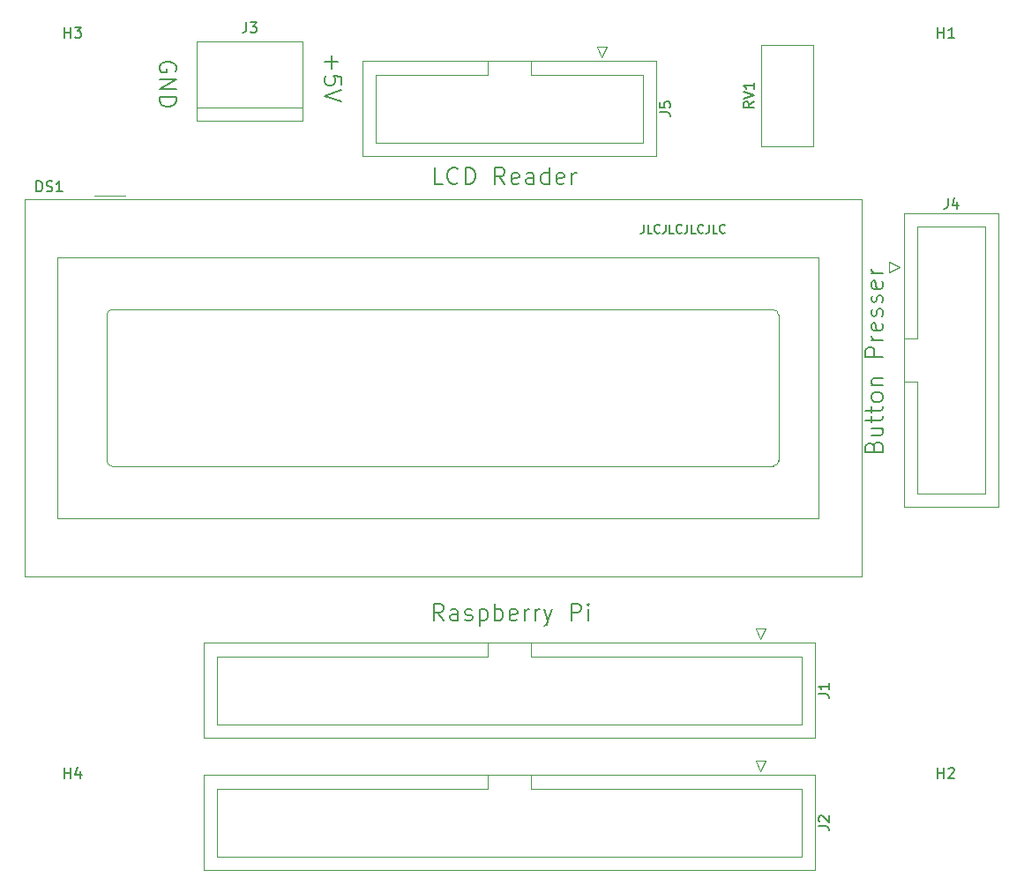
<source format=gbr>
%TF.GenerationSoftware,KiCad,Pcbnew,(6.0.6)*%
%TF.CreationDate,2022-08-14T22:29:33-04:00*%
%TF.ProjectId,raspberry_pi_wiring_harness,72617370-6265-4727-9279-5f70695f7769,rev?*%
%TF.SameCoordinates,Original*%
%TF.FileFunction,Legend,Top*%
%TF.FilePolarity,Positive*%
%FSLAX46Y46*%
G04 Gerber Fmt 4.6, Leading zero omitted, Abs format (unit mm)*
G04 Created by KiCad (PCBNEW (6.0.6)) date 2022-08-14 22:29:33*
%MOMM*%
%LPD*%
G01*
G04 APERTURE LIST*
%ADD10C,0.152400*%
%ADD11C,0.203200*%
%ADD12C,0.150000*%
%ADD13C,0.120000*%
G04 APERTURE END LIST*
D10*
X112450638Y-70039895D02*
X112450638Y-70620466D01*
X112411933Y-70736580D01*
X112334523Y-70813990D01*
X112218409Y-70852695D01*
X112141000Y-70852695D01*
X113224733Y-70852695D02*
X112837685Y-70852695D01*
X112837685Y-70039895D01*
X113960123Y-70775285D02*
X113921419Y-70813990D01*
X113805304Y-70852695D01*
X113727895Y-70852695D01*
X113611780Y-70813990D01*
X113534371Y-70736580D01*
X113495666Y-70659171D01*
X113456961Y-70504352D01*
X113456961Y-70388238D01*
X113495666Y-70233419D01*
X113534371Y-70156009D01*
X113611780Y-70078600D01*
X113727895Y-70039895D01*
X113805304Y-70039895D01*
X113921419Y-70078600D01*
X113960123Y-70117304D01*
X114540695Y-70039895D02*
X114540695Y-70620466D01*
X114501990Y-70736580D01*
X114424580Y-70813990D01*
X114308466Y-70852695D01*
X114231057Y-70852695D01*
X115314790Y-70852695D02*
X114927742Y-70852695D01*
X114927742Y-70039895D01*
X116050180Y-70775285D02*
X116011476Y-70813990D01*
X115895361Y-70852695D01*
X115817952Y-70852695D01*
X115701838Y-70813990D01*
X115624428Y-70736580D01*
X115585723Y-70659171D01*
X115547019Y-70504352D01*
X115547019Y-70388238D01*
X115585723Y-70233419D01*
X115624428Y-70156009D01*
X115701838Y-70078600D01*
X115817952Y-70039895D01*
X115895361Y-70039895D01*
X116011476Y-70078600D01*
X116050180Y-70117304D01*
X116630752Y-70039895D02*
X116630752Y-70620466D01*
X116592047Y-70736580D01*
X116514638Y-70813990D01*
X116398523Y-70852695D01*
X116321114Y-70852695D01*
X117404847Y-70852695D02*
X117017800Y-70852695D01*
X117017800Y-70039895D01*
X118140238Y-70775285D02*
X118101533Y-70813990D01*
X117985419Y-70852695D01*
X117908009Y-70852695D01*
X117791895Y-70813990D01*
X117714485Y-70736580D01*
X117675780Y-70659171D01*
X117637076Y-70504352D01*
X117637076Y-70388238D01*
X117675780Y-70233419D01*
X117714485Y-70156009D01*
X117791895Y-70078600D01*
X117908009Y-70039895D01*
X117985419Y-70039895D01*
X118101533Y-70078600D01*
X118140238Y-70117304D01*
X118720809Y-70039895D02*
X118720809Y-70620466D01*
X118682104Y-70736580D01*
X118604695Y-70813990D01*
X118488580Y-70852695D01*
X118411171Y-70852695D01*
X119494904Y-70852695D02*
X119107857Y-70852695D01*
X119107857Y-70039895D01*
X120230295Y-70775285D02*
X120191590Y-70813990D01*
X120075476Y-70852695D01*
X119998066Y-70852695D01*
X119881952Y-70813990D01*
X119804542Y-70736580D01*
X119765838Y-70659171D01*
X119727133Y-70504352D01*
X119727133Y-70388238D01*
X119765838Y-70233419D01*
X119804542Y-70156009D01*
X119881952Y-70078600D01*
X119998066Y-70039895D01*
X120075476Y-70039895D01*
X120191590Y-70078600D01*
X120230295Y-70117304D01*
D11*
X67487800Y-55276447D02*
X67565209Y-55121628D01*
X67565209Y-54889400D01*
X67487800Y-54657171D01*
X67332980Y-54502352D01*
X67178161Y-54424942D01*
X66868523Y-54347533D01*
X66636295Y-54347533D01*
X66326657Y-54424942D01*
X66171838Y-54502352D01*
X66017019Y-54657171D01*
X65939609Y-54889400D01*
X65939609Y-55044219D01*
X66017019Y-55276447D01*
X66094428Y-55353857D01*
X66636295Y-55353857D01*
X66636295Y-55044219D01*
X65939609Y-56050542D02*
X67565209Y-56050542D01*
X65939609Y-56979457D01*
X67565209Y-56979457D01*
X65939609Y-57753552D02*
X67565209Y-57753552D01*
X67565209Y-58140600D01*
X67487800Y-58372828D01*
X67332980Y-58527647D01*
X67178161Y-58605057D01*
X66868523Y-58682466D01*
X66636295Y-58682466D01*
X66326657Y-58605057D01*
X66171838Y-58527647D01*
X66017019Y-58372828D01*
X65939609Y-58140600D01*
X65939609Y-57753552D01*
X82433885Y-53789942D02*
X82433885Y-55028495D01*
X81814609Y-54409219D02*
X83053161Y-54409219D01*
X83440209Y-56576685D02*
X83440209Y-55802590D01*
X82666114Y-55725180D01*
X82743523Y-55802590D01*
X82820933Y-55957409D01*
X82820933Y-56344457D01*
X82743523Y-56499276D01*
X82666114Y-56576685D01*
X82511295Y-56654095D01*
X82124247Y-56654095D01*
X81969428Y-56576685D01*
X81892019Y-56499276D01*
X81814609Y-56344457D01*
X81814609Y-55957409D01*
X81892019Y-55802590D01*
X81969428Y-55725180D01*
X83440209Y-57118552D02*
X81814609Y-57660419D01*
X83440209Y-58202285D01*
X93192600Y-108050390D02*
X92650733Y-107276295D01*
X92263685Y-108050390D02*
X92263685Y-106424790D01*
X92882961Y-106424790D01*
X93037780Y-106502200D01*
X93115190Y-106579609D01*
X93192600Y-106734428D01*
X93192600Y-106966657D01*
X93115190Y-107121476D01*
X93037780Y-107198885D01*
X92882961Y-107276295D01*
X92263685Y-107276295D01*
X94585971Y-108050390D02*
X94585971Y-107198885D01*
X94508561Y-107044066D01*
X94353742Y-106966657D01*
X94044104Y-106966657D01*
X93889285Y-107044066D01*
X94585971Y-107972980D02*
X94431152Y-108050390D01*
X94044104Y-108050390D01*
X93889285Y-107972980D01*
X93811876Y-107818161D01*
X93811876Y-107663342D01*
X93889285Y-107508523D01*
X94044104Y-107431114D01*
X94431152Y-107431114D01*
X94585971Y-107353704D01*
X95282657Y-107972980D02*
X95437476Y-108050390D01*
X95747114Y-108050390D01*
X95901933Y-107972980D01*
X95979342Y-107818161D01*
X95979342Y-107740752D01*
X95901933Y-107585933D01*
X95747114Y-107508523D01*
X95514885Y-107508523D01*
X95360066Y-107431114D01*
X95282657Y-107276295D01*
X95282657Y-107198885D01*
X95360066Y-107044066D01*
X95514885Y-106966657D01*
X95747114Y-106966657D01*
X95901933Y-107044066D01*
X96676028Y-106966657D02*
X96676028Y-108592257D01*
X96676028Y-107044066D02*
X96830847Y-106966657D01*
X97140485Y-106966657D01*
X97295304Y-107044066D01*
X97372714Y-107121476D01*
X97450123Y-107276295D01*
X97450123Y-107740752D01*
X97372714Y-107895571D01*
X97295304Y-107972980D01*
X97140485Y-108050390D01*
X96830847Y-108050390D01*
X96676028Y-107972980D01*
X98146809Y-108050390D02*
X98146809Y-106424790D01*
X98146809Y-107044066D02*
X98301628Y-106966657D01*
X98611266Y-106966657D01*
X98766085Y-107044066D01*
X98843495Y-107121476D01*
X98920904Y-107276295D01*
X98920904Y-107740752D01*
X98843495Y-107895571D01*
X98766085Y-107972980D01*
X98611266Y-108050390D01*
X98301628Y-108050390D01*
X98146809Y-107972980D01*
X100236866Y-107972980D02*
X100082047Y-108050390D01*
X99772409Y-108050390D01*
X99617590Y-107972980D01*
X99540180Y-107818161D01*
X99540180Y-107198885D01*
X99617590Y-107044066D01*
X99772409Y-106966657D01*
X100082047Y-106966657D01*
X100236866Y-107044066D01*
X100314276Y-107198885D01*
X100314276Y-107353704D01*
X99540180Y-107508523D01*
X101010961Y-108050390D02*
X101010961Y-106966657D01*
X101010961Y-107276295D02*
X101088371Y-107121476D01*
X101165780Y-107044066D01*
X101320600Y-106966657D01*
X101475419Y-106966657D01*
X102017285Y-108050390D02*
X102017285Y-106966657D01*
X102017285Y-107276295D02*
X102094695Y-107121476D01*
X102172104Y-107044066D01*
X102326923Y-106966657D01*
X102481742Y-106966657D01*
X102868790Y-106966657D02*
X103255838Y-108050390D01*
X103642885Y-106966657D02*
X103255838Y-108050390D01*
X103101019Y-108437438D01*
X103023609Y-108514847D01*
X102868790Y-108592257D01*
X105500714Y-108050390D02*
X105500714Y-106424790D01*
X106119990Y-106424790D01*
X106274809Y-106502200D01*
X106352219Y-106579609D01*
X106429628Y-106734428D01*
X106429628Y-106966657D01*
X106352219Y-107121476D01*
X106274809Y-107198885D01*
X106119990Y-107276295D01*
X105500714Y-107276295D01*
X107126314Y-108050390D02*
X107126314Y-106966657D01*
X107126314Y-106424790D02*
X107048904Y-106502200D01*
X107126314Y-106579609D01*
X107203723Y-106502200D01*
X107126314Y-106424790D01*
X107126314Y-106579609D01*
X134503885Y-91351704D02*
X134581295Y-91119476D01*
X134658704Y-91042066D01*
X134813523Y-90964657D01*
X135045752Y-90964657D01*
X135200571Y-91042066D01*
X135277980Y-91119476D01*
X135355390Y-91274295D01*
X135355390Y-91893571D01*
X133729790Y-91893571D01*
X133729790Y-91351704D01*
X133807200Y-91196885D01*
X133884609Y-91119476D01*
X134039428Y-91042066D01*
X134194247Y-91042066D01*
X134349066Y-91119476D01*
X134426476Y-91196885D01*
X134503885Y-91351704D01*
X134503885Y-91893571D01*
X134271657Y-89571285D02*
X135355390Y-89571285D01*
X134271657Y-90267971D02*
X135123161Y-90267971D01*
X135277980Y-90190561D01*
X135355390Y-90035742D01*
X135355390Y-89803514D01*
X135277980Y-89648695D01*
X135200571Y-89571285D01*
X134271657Y-89029419D02*
X134271657Y-88410142D01*
X133729790Y-88797190D02*
X135123161Y-88797190D01*
X135277980Y-88719780D01*
X135355390Y-88564961D01*
X135355390Y-88410142D01*
X134271657Y-88100504D02*
X134271657Y-87481228D01*
X133729790Y-87868276D02*
X135123161Y-87868276D01*
X135277980Y-87790866D01*
X135355390Y-87636047D01*
X135355390Y-87481228D01*
X135355390Y-86707133D02*
X135277980Y-86861952D01*
X135200571Y-86939361D01*
X135045752Y-87016771D01*
X134581295Y-87016771D01*
X134426476Y-86939361D01*
X134349066Y-86861952D01*
X134271657Y-86707133D01*
X134271657Y-86474904D01*
X134349066Y-86320085D01*
X134426476Y-86242676D01*
X134581295Y-86165266D01*
X135045752Y-86165266D01*
X135200571Y-86242676D01*
X135277980Y-86320085D01*
X135355390Y-86474904D01*
X135355390Y-86707133D01*
X134271657Y-85468580D02*
X135355390Y-85468580D01*
X134426476Y-85468580D02*
X134349066Y-85391171D01*
X134271657Y-85236352D01*
X134271657Y-85004123D01*
X134349066Y-84849304D01*
X134503885Y-84771895D01*
X135355390Y-84771895D01*
X135355390Y-82759247D02*
X133729790Y-82759247D01*
X133729790Y-82139971D01*
X133807200Y-81985152D01*
X133884609Y-81907742D01*
X134039428Y-81830333D01*
X134271657Y-81830333D01*
X134426476Y-81907742D01*
X134503885Y-81985152D01*
X134581295Y-82139971D01*
X134581295Y-82759247D01*
X135355390Y-81133647D02*
X134271657Y-81133647D01*
X134581295Y-81133647D02*
X134426476Y-81056238D01*
X134349066Y-80978828D01*
X134271657Y-80824009D01*
X134271657Y-80669190D01*
X135277980Y-79508047D02*
X135355390Y-79662866D01*
X135355390Y-79972504D01*
X135277980Y-80127323D01*
X135123161Y-80204733D01*
X134503885Y-80204733D01*
X134349066Y-80127323D01*
X134271657Y-79972504D01*
X134271657Y-79662866D01*
X134349066Y-79508047D01*
X134503885Y-79430638D01*
X134658704Y-79430638D01*
X134813523Y-80204733D01*
X135277980Y-78811361D02*
X135355390Y-78656542D01*
X135355390Y-78346904D01*
X135277980Y-78192085D01*
X135123161Y-78114676D01*
X135045752Y-78114676D01*
X134890933Y-78192085D01*
X134813523Y-78346904D01*
X134813523Y-78579133D01*
X134736114Y-78733952D01*
X134581295Y-78811361D01*
X134503885Y-78811361D01*
X134349066Y-78733952D01*
X134271657Y-78579133D01*
X134271657Y-78346904D01*
X134349066Y-78192085D01*
X135277980Y-77495400D02*
X135355390Y-77340580D01*
X135355390Y-77030942D01*
X135277980Y-76876123D01*
X135123161Y-76798714D01*
X135045752Y-76798714D01*
X134890933Y-76876123D01*
X134813523Y-77030942D01*
X134813523Y-77263171D01*
X134736114Y-77417990D01*
X134581295Y-77495400D01*
X134503885Y-77495400D01*
X134349066Y-77417990D01*
X134271657Y-77263171D01*
X134271657Y-77030942D01*
X134349066Y-76876123D01*
X135277980Y-75482752D02*
X135355390Y-75637571D01*
X135355390Y-75947209D01*
X135277980Y-76102028D01*
X135123161Y-76179438D01*
X134503885Y-76179438D01*
X134349066Y-76102028D01*
X134271657Y-75947209D01*
X134271657Y-75637571D01*
X134349066Y-75482752D01*
X134503885Y-75405342D01*
X134658704Y-75405342D01*
X134813523Y-76179438D01*
X135355390Y-74708657D02*
X134271657Y-74708657D01*
X134581295Y-74708657D02*
X134426476Y-74631247D01*
X134349066Y-74553838D01*
X134271657Y-74399019D01*
X134271657Y-74244200D01*
X93138171Y-66140390D02*
X92364076Y-66140390D01*
X92364076Y-64514790D01*
X94608952Y-65985571D02*
X94531542Y-66062980D01*
X94299314Y-66140390D01*
X94144495Y-66140390D01*
X93912266Y-66062980D01*
X93757447Y-65908161D01*
X93680038Y-65753342D01*
X93602628Y-65443704D01*
X93602628Y-65211476D01*
X93680038Y-64901838D01*
X93757447Y-64747019D01*
X93912266Y-64592200D01*
X94144495Y-64514790D01*
X94299314Y-64514790D01*
X94531542Y-64592200D01*
X94608952Y-64669609D01*
X95305638Y-66140390D02*
X95305638Y-64514790D01*
X95692685Y-64514790D01*
X95924914Y-64592200D01*
X96079733Y-64747019D01*
X96157142Y-64901838D01*
X96234552Y-65211476D01*
X96234552Y-65443704D01*
X96157142Y-65753342D01*
X96079733Y-65908161D01*
X95924914Y-66062980D01*
X95692685Y-66140390D01*
X95305638Y-66140390D01*
X99098704Y-66140390D02*
X98556838Y-65366295D01*
X98169790Y-66140390D02*
X98169790Y-64514790D01*
X98789066Y-64514790D01*
X98943885Y-64592200D01*
X99021295Y-64669609D01*
X99098704Y-64824428D01*
X99098704Y-65056657D01*
X99021295Y-65211476D01*
X98943885Y-65288885D01*
X98789066Y-65366295D01*
X98169790Y-65366295D01*
X100414666Y-66062980D02*
X100259847Y-66140390D01*
X99950209Y-66140390D01*
X99795390Y-66062980D01*
X99717980Y-65908161D01*
X99717980Y-65288885D01*
X99795390Y-65134066D01*
X99950209Y-65056657D01*
X100259847Y-65056657D01*
X100414666Y-65134066D01*
X100492076Y-65288885D01*
X100492076Y-65443704D01*
X99717980Y-65598523D01*
X101885447Y-66140390D02*
X101885447Y-65288885D01*
X101808038Y-65134066D01*
X101653219Y-65056657D01*
X101343580Y-65056657D01*
X101188761Y-65134066D01*
X101885447Y-66062980D02*
X101730628Y-66140390D01*
X101343580Y-66140390D01*
X101188761Y-66062980D01*
X101111352Y-65908161D01*
X101111352Y-65753342D01*
X101188761Y-65598523D01*
X101343580Y-65521114D01*
X101730628Y-65521114D01*
X101885447Y-65443704D01*
X103356228Y-66140390D02*
X103356228Y-64514790D01*
X103356228Y-66062980D02*
X103201409Y-66140390D01*
X102891771Y-66140390D01*
X102736952Y-66062980D01*
X102659542Y-65985571D01*
X102582133Y-65830752D01*
X102582133Y-65366295D01*
X102659542Y-65211476D01*
X102736952Y-65134066D01*
X102891771Y-65056657D01*
X103201409Y-65056657D01*
X103356228Y-65134066D01*
X104749600Y-66062980D02*
X104594780Y-66140390D01*
X104285142Y-66140390D01*
X104130323Y-66062980D01*
X104052914Y-65908161D01*
X104052914Y-65288885D01*
X104130323Y-65134066D01*
X104285142Y-65056657D01*
X104594780Y-65056657D01*
X104749600Y-65134066D01*
X104827009Y-65288885D01*
X104827009Y-65443704D01*
X104052914Y-65598523D01*
X105523695Y-66140390D02*
X105523695Y-65056657D01*
X105523695Y-65366295D02*
X105601104Y-65211476D01*
X105678514Y-65134066D01*
X105833333Y-65056657D01*
X105988152Y-65056657D01*
D12*
%TO.C,RV1*%
X122992380Y-58215238D02*
X122516190Y-58548571D01*
X122992380Y-58786666D02*
X121992380Y-58786666D01*
X121992380Y-58405714D01*
X122040000Y-58310476D01*
X122087619Y-58262857D01*
X122182857Y-58215238D01*
X122325714Y-58215238D01*
X122420952Y-58262857D01*
X122468571Y-58310476D01*
X122516190Y-58405714D01*
X122516190Y-58786666D01*
X121992380Y-57929523D02*
X122992380Y-57596190D01*
X121992380Y-57262857D01*
X122992380Y-56405714D02*
X122992380Y-56977142D01*
X122992380Y-56691428D02*
X121992380Y-56691428D01*
X122135238Y-56786666D01*
X122230476Y-56881904D01*
X122278095Y-56977142D01*
%TO.C,J5*%
X113972380Y-59223333D02*
X114686666Y-59223333D01*
X114829523Y-59270952D01*
X114924761Y-59366190D01*
X114972380Y-59509047D01*
X114972380Y-59604285D01*
X113972380Y-58270952D02*
X113972380Y-58747142D01*
X114448571Y-58794761D01*
X114400952Y-58747142D01*
X114353333Y-58651904D01*
X114353333Y-58413809D01*
X114400952Y-58318571D01*
X114448571Y-58270952D01*
X114543809Y-58223333D01*
X114781904Y-58223333D01*
X114877142Y-58270952D01*
X114924761Y-58318571D01*
X114972380Y-58413809D01*
X114972380Y-58651904D01*
X114924761Y-58747142D01*
X114877142Y-58794761D01*
%TO.C,J4*%
X141624166Y-67482380D02*
X141624166Y-68196666D01*
X141576547Y-68339523D01*
X141481309Y-68434761D01*
X141338452Y-68482380D01*
X141243214Y-68482380D01*
X142528928Y-67815714D02*
X142528928Y-68482380D01*
X142290833Y-67434761D02*
X142052738Y-68149047D01*
X142671785Y-68149047D01*
%TO.C,J3*%
X74279266Y-50569980D02*
X74279266Y-51284266D01*
X74231647Y-51427123D01*
X74136409Y-51522361D01*
X73993552Y-51569980D01*
X73898314Y-51569980D01*
X74660219Y-50569980D02*
X75279266Y-50569980D01*
X74945933Y-50950933D01*
X75088790Y-50950933D01*
X75184028Y-50998552D01*
X75231647Y-51046171D01*
X75279266Y-51141409D01*
X75279266Y-51379504D01*
X75231647Y-51474742D01*
X75184028Y-51522361D01*
X75088790Y-51569980D01*
X74803076Y-51569980D01*
X74707838Y-51522361D01*
X74660219Y-51474742D01*
%TO.C,J2*%
X129212380Y-127803333D02*
X129926666Y-127803333D01*
X130069523Y-127850952D01*
X130164761Y-127946190D01*
X130212380Y-128089047D01*
X130212380Y-128184285D01*
X129307619Y-127374761D02*
X129260000Y-127327142D01*
X129212380Y-127231904D01*
X129212380Y-126993809D01*
X129260000Y-126898571D01*
X129307619Y-126850952D01*
X129402857Y-126803333D01*
X129498095Y-126803333D01*
X129640952Y-126850952D01*
X130212380Y-127422380D01*
X130212380Y-126803333D01*
%TO.C,J1*%
X129212380Y-115103333D02*
X129926666Y-115103333D01*
X130069523Y-115150952D01*
X130164761Y-115246190D01*
X130212380Y-115389047D01*
X130212380Y-115484285D01*
X130212380Y-114103333D02*
X130212380Y-114674761D01*
X130212380Y-114389047D02*
X129212380Y-114389047D01*
X129355238Y-114484285D01*
X129450476Y-114579523D01*
X129498095Y-114674761D01*
%TO.C,H4*%
X56858095Y-123192380D02*
X56858095Y-122192380D01*
X56858095Y-122668571D02*
X57429523Y-122668571D01*
X57429523Y-123192380D02*
X57429523Y-122192380D01*
X58334285Y-122525714D02*
X58334285Y-123192380D01*
X58096190Y-122144761D02*
X57858095Y-122859047D01*
X58477142Y-122859047D01*
%TO.C,H3*%
X56858095Y-52072380D02*
X56858095Y-51072380D01*
X56858095Y-51548571D02*
X57429523Y-51548571D01*
X57429523Y-52072380D02*
X57429523Y-51072380D01*
X57810476Y-51072380D02*
X58429523Y-51072380D01*
X58096190Y-51453333D01*
X58239047Y-51453333D01*
X58334285Y-51500952D01*
X58381904Y-51548571D01*
X58429523Y-51643809D01*
X58429523Y-51881904D01*
X58381904Y-51977142D01*
X58334285Y-52024761D01*
X58239047Y-52072380D01*
X57953333Y-52072380D01*
X57858095Y-52024761D01*
X57810476Y-51977142D01*
%TO.C,H2*%
X140678095Y-123192380D02*
X140678095Y-122192380D01*
X140678095Y-122668571D02*
X141249523Y-122668571D01*
X141249523Y-123192380D02*
X141249523Y-122192380D01*
X141678095Y-122287619D02*
X141725714Y-122240000D01*
X141820952Y-122192380D01*
X142059047Y-122192380D01*
X142154285Y-122240000D01*
X142201904Y-122287619D01*
X142249523Y-122382857D01*
X142249523Y-122478095D01*
X142201904Y-122620952D01*
X141630476Y-123192380D01*
X142249523Y-123192380D01*
%TO.C,H1*%
X140678095Y-52072380D02*
X140678095Y-51072380D01*
X140678095Y-51548571D02*
X141249523Y-51548571D01*
X141249523Y-52072380D02*
X141249523Y-51072380D01*
X142249523Y-52072380D02*
X141678095Y-52072380D01*
X141963809Y-52072380D02*
X141963809Y-51072380D01*
X141868571Y-51215238D01*
X141773333Y-51310476D01*
X141678095Y-51358095D01*
%TO.C,DS1*%
X54145714Y-66844880D02*
X54145714Y-65844880D01*
X54383809Y-65844880D01*
X54526666Y-65892500D01*
X54621904Y-65987738D01*
X54669523Y-66082976D01*
X54717142Y-66273452D01*
X54717142Y-66416309D01*
X54669523Y-66606785D01*
X54621904Y-66702023D01*
X54526666Y-66797261D01*
X54383809Y-66844880D01*
X54145714Y-66844880D01*
X55098095Y-66797261D02*
X55240952Y-66844880D01*
X55479047Y-66844880D01*
X55574285Y-66797261D01*
X55621904Y-66749642D01*
X55669523Y-66654404D01*
X55669523Y-66559166D01*
X55621904Y-66463928D01*
X55574285Y-66416309D01*
X55479047Y-66368690D01*
X55288571Y-66321071D01*
X55193333Y-66273452D01*
X55145714Y-66225833D01*
X55098095Y-66130595D01*
X55098095Y-66035357D01*
X55145714Y-65940119D01*
X55193333Y-65892500D01*
X55288571Y-65844880D01*
X55526666Y-65844880D01*
X55669523Y-65892500D01*
X56621904Y-66844880D02*
X56050476Y-66844880D01*
X56336190Y-66844880D02*
X56336190Y-65844880D01*
X56240952Y-65987738D01*
X56145714Y-66082976D01*
X56050476Y-66130595D01*
D13*
%TO.C,RV1*%
X123670000Y-62505000D02*
X123670000Y-52735000D01*
X123670000Y-52735000D02*
X128740000Y-52735000D01*
X123670000Y-62505000D02*
X128740000Y-62505000D01*
X128740000Y-62505000D02*
X128740000Y-52735000D01*
%TO.C,J5*%
X86730000Y-55640000D02*
X97480000Y-55640000D01*
X108920000Y-52940000D02*
X107920000Y-52940000D01*
X85430000Y-54330000D02*
X113630000Y-54330000D01*
X97480000Y-55640000D02*
X97480000Y-54330000D01*
X97480000Y-55640000D02*
X97480000Y-55640000D01*
X112330000Y-55640000D02*
X112330000Y-62140000D01*
X107920000Y-52940000D02*
X108420000Y-53940000D01*
X113630000Y-63450000D02*
X85430000Y-63450000D01*
X85430000Y-63450000D02*
X85430000Y-54330000D01*
X112330000Y-62140000D02*
X86730000Y-62140000D01*
X101580000Y-54330000D02*
X101580000Y-55640000D01*
X86730000Y-62140000D02*
X86730000Y-55640000D01*
X113630000Y-54330000D02*
X113630000Y-63450000D01*
X101580000Y-55640000D02*
X112330000Y-55640000D01*
X108420000Y-53940000D02*
X108920000Y-52940000D01*
%TO.C,J4*%
X138707500Y-95820000D02*
X138707500Y-85070000D01*
X136007500Y-73630000D02*
X136007500Y-74630000D01*
X137397500Y-97120000D02*
X137397500Y-68920000D01*
X138707500Y-85070000D02*
X137397500Y-85070000D01*
X138707500Y-85070000D02*
X138707500Y-85070000D01*
X138707500Y-70220000D02*
X145207500Y-70220000D01*
X136007500Y-74630000D02*
X137007500Y-74130000D01*
X146517500Y-68920000D02*
X146517500Y-97120000D01*
X146517500Y-97120000D02*
X137397500Y-97120000D01*
X145207500Y-70220000D02*
X145207500Y-95820000D01*
X137397500Y-80970000D02*
X138707500Y-80970000D01*
X145207500Y-95820000D02*
X138707500Y-95820000D01*
X137397500Y-68920000D02*
X146517500Y-68920000D01*
X138707500Y-80970000D02*
X138707500Y-70220000D01*
X137007500Y-74130000D02*
X136007500Y-73630000D01*
%TO.C,J3*%
X69532600Y-52387600D02*
X69532600Y-60007600D01*
X79692600Y-60007600D02*
X79692600Y-52387600D01*
X79692600Y-58737600D02*
X69532600Y-58737600D01*
X69532600Y-60007600D02*
X79692600Y-60007600D01*
X79692600Y-52387600D02*
X69532600Y-52387600D01*
%TO.C,J2*%
X124160000Y-121520000D02*
X123160000Y-121520000D01*
X101580000Y-122910000D02*
X101580000Y-124220000D01*
X123660000Y-122520000D02*
X124160000Y-121520000D01*
X97480000Y-124220000D02*
X97480000Y-122910000D01*
X128870000Y-132030000D02*
X70190000Y-132030000D01*
X70190000Y-122910000D02*
X128870000Y-122910000D01*
X101580000Y-124220000D02*
X127570000Y-124220000D01*
X127570000Y-124220000D02*
X127570000Y-130720000D01*
X70190000Y-132030000D02*
X70190000Y-122910000D01*
X97480000Y-124220000D02*
X97480000Y-124220000D01*
X127570000Y-130720000D02*
X71490000Y-130720000D01*
X123160000Y-121520000D02*
X123660000Y-122520000D01*
X128870000Y-122910000D02*
X128870000Y-132030000D01*
X71490000Y-124220000D02*
X97480000Y-124220000D01*
X71490000Y-130720000D02*
X71490000Y-124220000D01*
%TO.C,J1*%
X124160000Y-108820000D02*
X123160000Y-108820000D01*
X101580000Y-110210000D02*
X101580000Y-111520000D01*
X123660000Y-109820000D02*
X124160000Y-108820000D01*
X97480000Y-111520000D02*
X97480000Y-110210000D01*
X128870000Y-119330000D02*
X70190000Y-119330000D01*
X70190000Y-110210000D02*
X128870000Y-110210000D01*
X101580000Y-111520000D02*
X127570000Y-111520000D01*
X127570000Y-111520000D02*
X127570000Y-118020000D01*
X70190000Y-119330000D02*
X70190000Y-110210000D01*
X97480000Y-111520000D02*
X97480000Y-111520000D01*
X127570000Y-118020000D02*
X71490000Y-118020000D01*
X123160000Y-108820000D02*
X123660000Y-109820000D01*
X128870000Y-110210000D02*
X128870000Y-119330000D01*
X71490000Y-111520000D02*
X97480000Y-111520000D01*
X71490000Y-118020000D02*
X71490000Y-111520000D01*
%TO.C,DS1*%
X56180000Y-73202500D02*
X129180000Y-73202500D01*
X133320000Y-103842500D02*
X133320000Y-67562500D01*
X53040000Y-103842500D02*
X133320000Y-103842500D01*
X53040000Y-67562500D02*
X53040000Y-103842500D01*
X124880660Y-93202500D02*
X61380000Y-93202500D01*
X53050000Y-67562500D02*
X53840000Y-67562500D01*
X60880280Y-92701820D02*
X60880280Y-78702500D01*
X133320000Y-67562500D02*
X53840000Y-67562500D01*
X129180000Y-73202500D02*
X129180000Y-98202500D01*
X129180000Y-98202500D02*
X56180000Y-98202500D01*
X125380000Y-78702500D02*
X125380000Y-92702500D01*
X61380000Y-78202500D02*
X124880000Y-78202500D01*
X59680000Y-67202500D02*
X62680000Y-67202500D01*
X56180000Y-98202500D02*
X56180000Y-73202500D01*
X61380660Y-78200960D02*
G75*
G03*
X60880280Y-78701340I0J-500380D01*
G01*
X60880280Y-92701820D02*
G75*
G03*
X61380660Y-93202200I500380J0D01*
G01*
X124880660Y-93202140D02*
G75*
G03*
X125381040Y-92701820I40J500340D01*
G01*
X125380000Y-78702500D02*
G75*
G03*
X124880000Y-78202500I-500000J0D01*
G01*
%TD*%
M02*

</source>
